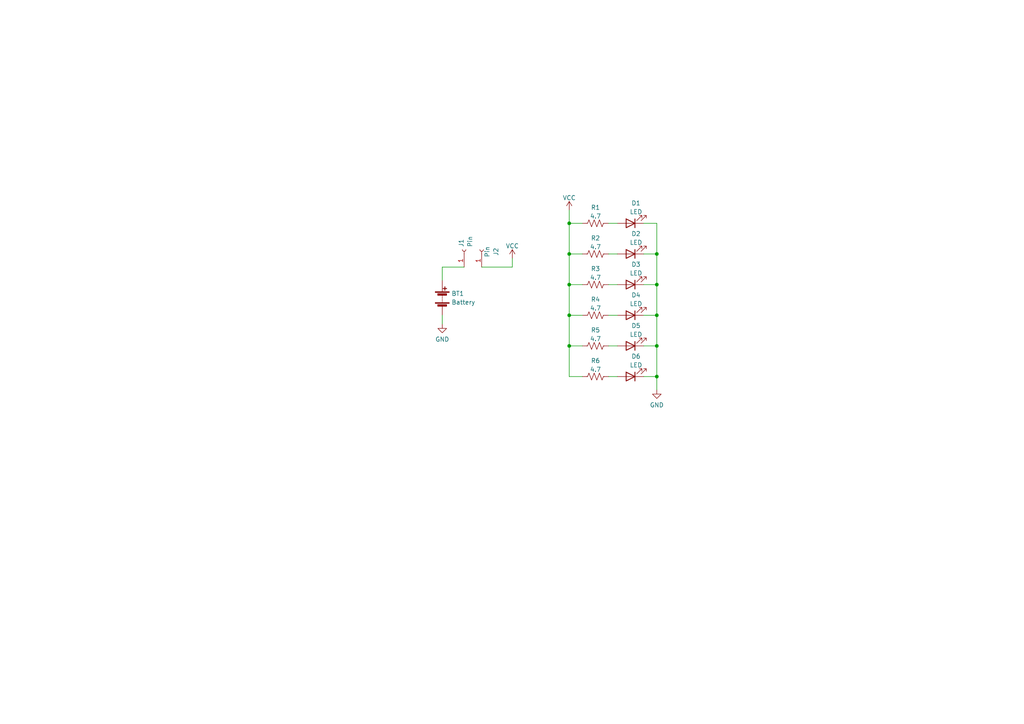
<source format=kicad_sch>
(kicad_sch (version 20211123) (generator eeschema)
  (paper "A4")
  (lib_symbols
    (symbol "Connector:Conn_01x01_Female" (pin_names (offset 1.016) hide)
      (property "Reference" "J" (at 0 2.54 0))
      (property "Value" "Conn_01x01_Female" (at 0 -2.54 0))
      (symbol "Conn_01x01_Female_1_1"
        (polyline (pts (xy -1.27 0) (xy -0.508 0)) (stroke (width 0.1524)))
        (arc (start 0 0.508) (mid -0.508 0) (end 0 -0.508) (stroke (width 0.1524)))
        (pin passive line (at -5.08 0 0) (length 3.81) (name "Pin_1") (number "1"))
      )
    )
    (symbol "Device:Battery" (pin_numbers hide) (pin_names (offset 0) hide)
      (property "Reference" "BT" (at 2.54 2.54 0))
      (property "Value" "Battery" (at 2.54 0 0))
      (symbol "Battery_0_1"
        (rectangle (start -2.032 -1.397) (end 2.032 -1.651) (fill (type outline)))
        (rectangle (start -2.032 1.778) (end 2.032 1.524) (fill (type outline)))
        (rectangle (start -1.3208 -1.9812) (end 1.27 -2.4892) (fill (type outline)))
        (rectangle (start -1.3208 1.1938) (end 1.27 0.6858) (fill (type outline)))
        (polyline (pts (xy 0 -1.524) (xy 0 -1.27)))
        (polyline (pts (xy 0 -1.016) (xy 0 -0.762)))
        (polyline (pts (xy 0 -0.508) (xy 0 -0.254)))
        (polyline (pts (xy 0 0) (xy 0 0.254)))
        (polyline (pts (xy 0 0.508) (xy 0 0.762)))
        (polyline (pts (xy 0 1.778) (xy 0 2.54)))
        (polyline (pts (xy 0.254 2.667) (xy 1.27 2.667)) (stroke (width 0.254)))
        (polyline (pts (xy 0.762 3.175) (xy 0.762 2.159)) (stroke (width 0.254)))
      )
      (symbol "Battery_1_1"
        (pin passive line (at 0 5.08 270) (length 2.54) (name "+") (number "1"))
        (pin passive line (at 0 -5.08 90) (length 2.54) (name "-") (number "2"))
      )
    )
    (symbol "Device:LED" (pin_numbers hide) (pin_names (offset 1.016) hide)
      (property "Reference" "D" (at 0 2.54 0))
      (property "Value" "LED" (at 0 -2.54 0))
      (symbol "LED_0_1"
        (polyline (pts (xy -1.27 -1.27) (xy -1.27 1.27)) (stroke (width 0.254)))
        (polyline (pts (xy -1.27 0) (xy 1.27 0)))
        (polyline (pts (xy 1.27 -1.27) (xy 1.27 1.27) (xy -1.27 0) (xy 1.27 -1.27)) (stroke (width 0.254)))
        (polyline (pts (xy -3.048 -0.762) (xy -4.572 -2.286) (xy -3.81 -2.286) (xy -4.572 -2.286) (xy -4.572 -1.524)))
        (polyline (pts (xy -1.778 -0.762) (xy -3.302 -2.286) (xy -2.54 -2.286) (xy -3.302 -2.286) (xy -3.302 -1.524)))
      )
      (symbol "LED_1_1"
        (pin passive line (at -3.81 0 0) (length 2.54) (name "K") (number "1"))
        (pin passive line (at 3.81 0 180) (length 2.54) (name "A") (number "2"))
      )
    )
    (symbol "Device:R_US" (pin_numbers hide) (pin_names (offset 0))
      (property "Reference" "R" (at 2.54 0 90))
      (property "Value" "R_US" (at -2.54 0 90))
      (symbol "R_US_0_1"
        (polyline (pts (xy 0 -2.286) (xy 0 -2.54)))
        (polyline (pts (xy 0 2.286) (xy 0 2.54)))
        (polyline (pts (xy 0 -0.762) (xy 1.016 -1.143) (xy 0 -1.524) (xy -1.016 -1.905) (xy 0 -2.286)))
        (polyline (pts (xy 0 0.762) (xy 1.016 0.381) (xy 0 0) (xy -1.016 -0.381) (xy 0 -0.762)))
        (polyline (pts (xy 0 2.286) (xy 1.016 1.905) (xy 0 1.524) (xy -1.016 1.143) (xy 0 0.762)))
      )
      (symbol "R_US_1_1"
        (pin passive line (at 0 3.81 270) (length 1.27) (name "~") (number "1"))
        (pin passive line (at 0 -3.81 90) (length 1.27) (name "~") (number "2"))
      )
    )
    (symbol "power:GND" (power) (pin_names (offset 0))
      (property "Value" "GND" (at 0 -3.81 0))
      (symbol "GND_0_1"
        (polyline (pts (xy 0 0) (xy 0 -1.27) (xy 1.27 -1.27) (xy 0 -2.54) (xy -1.27 -1.27) (xy 0 -1.27)))
      )
      (symbol "GND_1_1"
        (pin power_in line (at 0 0 270) (length 0) hide (name "GND") (number "1"))
      )
    )
    (symbol "power:VCC" (power) (pin_names (offset 0))
      (property "Value" "VCC" (at 0 3.81 0))
      (symbol "VCC_0_1"
        (polyline (pts (xy -0.762 1.27) (xy 0 2.54)))
        (polyline (pts (xy 0 0) (xy 0 2.54)))
        (polyline (pts (xy 0 2.54) (xy 0.762 1.27)))
      )
      (symbol "VCC_1_1"
        (pin power_in line (at 0 0 90) (length 0) hide (name "VCC") (number "1"))
      )
    )
  )
  (junction (at 165.1 73.66))
  (junction (at 190.5 82.55))
  (junction (at 165.1 64.77))
  (junction (at 190.5 100.33))
  (junction (at 190.5 109.22))
  (junction (at 190.5 91.44))
  (junction (at 165.1 82.55))
  (junction (at 165.1 100.33))
  (junction (at 165.1 91.44))
  (junction (at 190.5 73.66))
  (wire (pts (xy 190.5 91.44) (xy 190.5 100.33)))
  (wire (pts (xy 139.7 77.47) (xy 148.59 77.47)))
  (wire (pts (xy 186.69 64.77) (xy 190.5 64.77)))
  (wire (pts (xy 165.1 73.66) (xy 168.91 73.66)))
  (wire (pts (xy 165.1 82.55) (xy 165.1 73.66)))
  (wire (pts (xy 176.53 109.22) (xy 179.07 109.22)))
  (wire (pts (xy 165.1 91.44) (xy 165.1 82.55)))
  (wire (pts (xy 165.1 91.44) (xy 168.91 91.44)))
  (wire (pts (xy 176.53 82.55) (xy 179.07 82.55)))
  (wire (pts (xy 128.27 77.47) (xy 134.62 77.47)))
  (wire (pts (xy 190.5 82.55) (xy 190.5 91.44)))
  (wire (pts (xy 128.27 77.47) (xy 128.27 81.28)))
  (wire (pts (xy 190.5 64.77) (xy 190.5 73.66)))
  (wire (pts (xy 165.1 109.22) (xy 165.1 100.33)))
  (wire (pts (xy 165.1 60.96) (xy 165.1 64.77)))
  (wire (pts (xy 190.5 100.33) (xy 190.5 109.22)))
  (wire (pts (xy 168.91 109.22) (xy 165.1 109.22)))
  (wire (pts (xy 176.53 100.33) (xy 179.07 100.33)))
  (wire (pts (xy 165.1 100.33) (xy 168.91 100.33)))
  (wire (pts (xy 190.5 82.55) (xy 186.69 82.55)))
  (wire (pts (xy 190.5 109.22) (xy 190.5 113.03)))
  (wire (pts (xy 190.5 109.22) (xy 186.69 109.22)))
  (wire (pts (xy 176.53 73.66) (xy 179.07 73.66)))
  (wire (pts (xy 190.5 73.66) (xy 186.69 73.66)))
  (wire (pts (xy 165.1 100.33) (xy 165.1 91.44)))
  (wire (pts (xy 190.5 91.44) (xy 186.69 91.44)))
  (wire (pts (xy 148.59 74.93) (xy 148.59 77.47)))
  (wire (pts (xy 176.53 64.77) (xy 179.07 64.77)))
  (wire (pts (xy 128.27 91.44) (xy 128.27 93.98)))
  (wire (pts (xy 176.53 91.44) (xy 179.07 91.44)))
  (wire (pts (xy 165.1 64.77) (xy 168.91 64.77)))
  (wire (pts (xy 165.1 73.66) (xy 165.1 64.77)))
  (wire (pts (xy 165.1 82.55) (xy 168.91 82.55)))
  (wire (pts (xy 190.5 100.33) (xy 186.69 100.33)))
  (wire (pts (xy 190.5 73.66) (xy 190.5 82.55)))
  (symbol (lib_id "Device:R_US") (at 172.72 100.33 90) (unit 1)
    (property "Reference" "R5" (at 172.72 95.7412 90))
    (property "Value" "4.7" (at 172.72 98.2781 90))
    (property "Footprint" "Resistor_THT:R_Axial_DIN0207_L6.3mm_D2.5mm_P7.62mm_Horizontal" (effects hide))
  )
  (symbol (lib_id "Device:R_US") (at 172.72 109.22 90) (unit 1)
    (property "Reference" "R6" (at 172.72 104.6312 90))
    (property "Value" "4.7" (at 172.72 107.1681 90))
    (property "Footprint" "Resistor_THT:R_Axial_DIN0207_L6.3mm_D2.5mm_P7.62mm_Horizontal" (effects hide))
  )
  (symbol (lib_id "Connector:Conn_01x01_Female") (at 139.7 72.39 90) (unit 1)
    (property "Reference" "J2" (at 143.857 73.025 0))
    (property "Value" "Pin" (at 141.3201 73.025 0))
    (property "Footprint" "Connector_PinHeader_2.54mm:PinHeader_1x01_P2.54mm_Vertical" (effects hide))
  )
  (symbol (lib_id "Device:R_US") (at 172.72 64.77 90) (unit 1)
    (property "Reference" "R1" (at 172.72 60.1812 90))
    (property "Value" "4.7" (at 172.72 62.7181 90))
    (property "Footprint" "Resistor_THT:R_Axial_DIN0207_L6.3mm_D2.5mm_P7.62mm_Horizontal" (effects hide))
  )
  (symbol (lib_id "power:GND") (at 128.27 93.98 0) (unit 1)
    (property "Reference" "#PWR03" (effects hide))
    (property "Value" "GND" (at 128.27 98.4234 0))
  )
  (symbol (lib_id "Device:LED") (at 182.88 100.33 180) (unit 1)
    (property "Reference" "D5" (at 184.4675 94.4712 0))
    (property "Value" "LED" (at 184.4675 97.0081 0))
    (property "Footprint" "LED_THT:LED_D3.0mm" (effects hide))
  )
  (symbol (lib_id "power:VCC") (at 148.59 74.93 0) (unit 1)
    (property "Reference" "#PWR02" (effects hide))
    (property "Value" "VCC" (at 148.59 71.3542 0))
  )
  (symbol (lib_id "Device:LED") (at 182.88 91.44 180) (unit 1)
    (property "Reference" "D4" (at 184.4675 85.5812 0))
    (property "Value" "LED" (at 184.4675 88.1181 0))
    (property "Footprint" "LED_THT:LED_D3.0mm" (effects hide))
  )
  (symbol (lib_id "power:GND") (at 190.5 113.03 0) (unit 1)
    (property "Reference" "#PWR04" (effects hide))
    (property "Value" "GND" (at 190.5 117.4734 0))
  )
  (symbol (lib_id "Device:LED") (at 182.88 109.22 180) (unit 1)
    (property "Reference" "D6" (at 184.4675 103.3612 0))
    (property "Value" "LED" (at 184.4675 105.8981 0))
    (property "Footprint" "LED_THT:LED_D3.0mm" (effects hide))
  )
  (symbol (lib_id "Device:LED") (at 182.88 82.55 180) (unit 1)
    (property "Reference" "D3" (at 184.4675 76.6912 0))
    (property "Value" "LED" (at 184.4675 79.2281 0))
    (property "Footprint" "LED_THT:LED_D3.0mm" (effects hide))
  )
  (symbol (lib_id "power:VCC") (at 165.1 60.96 0) (unit 1)
    (property "Reference" "#PWR01" (effects hide))
    (property "Value" "VCC" (at 165.1 57.3842 0))
  )
  (symbol (lib_id "Device:Battery") (at 128.27 86.36 0) (unit 1)
    (property "Reference" "BT1" (at 130.937 85.1443 0) (effects (justify left)))
    (property "Value" "Battery" (at 130.937 87.6812 0) (effects (justify left)))
    (property "Footprint" "Battery:BatteryHolder_Keystone_3001_1x12mm" (effects hide))
  )
  (symbol (lib_id "Device:LED") (at 182.88 64.77 180) (unit 1)
    (property "Reference" "D1" (at 184.4675 58.9112 0))
    (property "Value" "LED" (at 184.4675 61.4481 0))
    (property "Footprint" "LED_THT:LED_D3.0mm" (effects hide))
  )
  (symbol (lib_id "Device:R_US") (at 172.72 91.44 90) (unit 1)
    (property "Reference" "R4" (at 172.72 86.8512 90))
    (property "Value" "4.7" (at 172.72 89.3881 90))
    (property "Footprint" "Resistor_THT:R_Axial_DIN0207_L6.3mm_D2.5mm_P7.62mm_Horizontal" (effects hide))
  )
  (symbol (lib_id "Device:R_US") (at 172.72 73.66 90) (unit 1)
    (property "Reference" "R2" (at 172.72 69.0712 90))
    (property "Value" "4.7" (at 172.72 71.6081 90))
    (property "Footprint" "Resistor_THT:R_Axial_DIN0207_L6.3mm_D2.5mm_P7.62mm_Horizontal" (effects hide))
  )
  (symbol (lib_id "Device:R_US") (at 172.72 82.55 90) (unit 1)
    (property "Reference" "R3" (at 172.72 77.9612 90))
    (property "Value" "4.7" (at 172.72 80.4981 90))
    (property "Footprint" "Resistor_THT:R_Axial_DIN0207_L6.3mm_D2.5mm_P7.62mm_Horizontal" (effects hide))
  )
  (symbol (lib_id "Device:LED") (at 182.88 73.66 180) (unit 1)
    (property "Reference" "D2" (at 184.4675 67.8012 0))
    (property "Value" "LED" (at 184.4675 70.3381 0))
    (property "Footprint" "LED_THT:LED_D3.0mm" (effects hide))
  )
  (symbol (lib_id "Connector:Conn_01x01_Female") (at 134.62 72.39 90) (unit 1)
    (property "Reference" "J1" (at 133.7853 71.6788 0) (effects (justify left)))
    (property "Value" "Pin" (at 136.3222 71.6788 0) (effects (justify left)))
    (property "Footprint" "Connector_PinHeader_2.54mm:PinHeader_1x01_P2.54mm_Vertical" (effects hide))
  )
)
</source>
